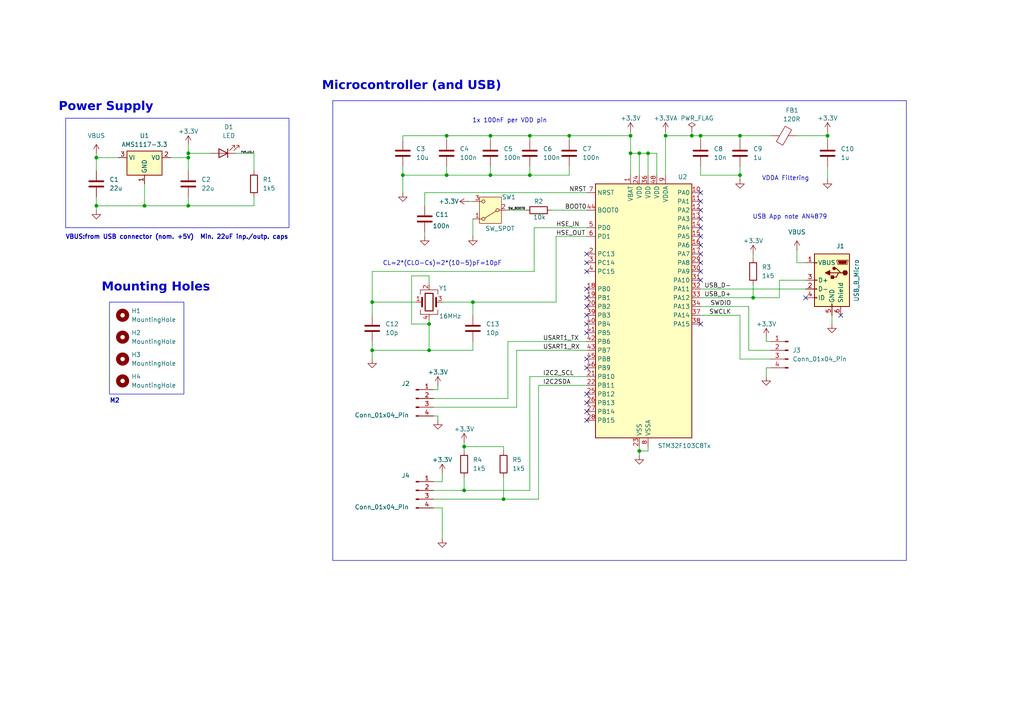
<source format=kicad_sch>
(kicad_sch (version 20231120) (generator "eeschema") (generator_version "8.0")
  (paper "A4")
  (title_block (title "STM32") (date "2024-10-20") (rev "0.1") (company "Author: Pham Ngoc Anh"))
  (lib_symbols
    (symbol "Connector:Conn_01x04_Pin" (pin_names (offset 1.016) hide)
      (property "Reference" "J" (at 0 5.08 0))
      (property "Value" "Conn_01x04_Pin" (at 0 -7.62 0))
      (symbol "Conn_01x04_Pin_1_1"
        (polyline (pts (xy 1.27 -5.08) (xy 0.8636 -5.08)) (stroke (width 0.1524)))
        (polyline (pts (xy 1.27 -2.54) (xy 0.8636 -2.54)) (stroke (width 0.1524)))
        (polyline (pts (xy 1.27 0) (xy 0.8636 0)) (stroke (width 0.1524)))
        (polyline (pts (xy 1.27 2.54) (xy 0.8636 2.54)) (stroke (width 0.1524)))
        (rectangle (start 0.8636 -4.953) (end 0 -5.207) (stroke (width 0.1524)) (fill (type outline)))
        (rectangle (start 0.8636 -2.413) (end 0 -2.667) (stroke (width 0.1524)) (fill (type outline)))
        (rectangle (start 0.8636 0.127) (end 0 -0.127) (stroke (width 0.1524)) (fill (type outline)))
        (rectangle (start 0.8636 2.667) (end 0 2.413) (stroke (width 0.1524)) (fill (type outline)))
        (pin passive line (at 5.08 2.54 180) (length 3.81) (name "Pin_1") (number "1"))
        (pin passive line (at 5.08 0 180) (length 3.81) (name "Pin_2") (number "2"))
        (pin passive line (at 5.08 -2.54 180) (length 3.81) (name "Pin_3") (number "3"))
        (pin passive line (at 5.08 -5.08 180) (length 3.81) (name "Pin_4") (number "4"))
      )
    )
    (symbol "Connector:USB_B_Micro" (pin_names (offset 1.016))
      (property "Reference" "J" (at -5.08 11.43 0))
      (property "Value" "USB_B_Micro" (at -5.08 8.89 0))
      (symbol "USB_B_Micro_0_1"
        (rectangle (start -5.08 -7.62) (end 5.08 7.62) (stroke (width 0.254)) (fill (type background)))
        (circle (center -3.81 2.159) (radius 0.635) (stroke (width 0.254)) (fill (type outline)))
        (circle (center -0.635 3.429) (radius 0.381) (stroke (width 0.254)) (fill (type outline)))
        (rectangle (start -0.127 -7.62) (end 0.127 -6.858))
        (polyline (pts (xy -1.905 2.159) (xy 0.635 2.159)) (stroke (width 0.254)))
        (polyline (pts (xy -3.175 2.159) (xy -2.54 2.159) (xy -1.27 3.429) (xy -0.635 3.429)) (stroke (width 0.254)))
        (polyline (pts (xy -2.54 2.159) (xy -1.905 2.159) (xy -1.27 0.889) (xy 0 0.889)) (stroke (width 0.254)))
        (polyline (pts (xy 0.635 2.794) (xy 0.635 1.524) (xy 1.905 2.159) (xy 0.635 2.794)) (stroke (width 0.254)) (fill (type outline)))
        (polyline (pts (xy -4.318 5.588) (xy -1.778 5.588) (xy -2.032 4.826) (xy -4.064 4.826) (xy -4.318 5.588)) (fill (type outline)))
        (polyline (pts (xy -4.699 5.842) (xy -4.699 5.588) (xy -4.445 4.826) (xy -4.445 4.572) (xy -1.651 4.572) (xy -1.651 4.826) (xy -1.397 5.588) (xy -1.397 5.842) (xy -4.699 5.842)))
        (rectangle (start 0.254 1.27) (end -0.508 0.508) (stroke (width 0.254)) (fill (type outline)))
        (rectangle (start 5.08 -5.207) (end 4.318 -4.953))
        (rectangle (start 5.08 -2.667) (end 4.318 -2.413))
        (rectangle (start 5.08 -0.127) (end 4.318 0.127))
        (rectangle (start 5.08 4.953) (end 4.318 5.207))
      )
      (symbol "USB_B_Micro_1_1"
        (pin power_out line (at 7.62 5.08 180) (length 2.54) (name "VBUS") (number "1"))
        (pin bidirectional line (at 7.62 -2.54 180) (length 2.54) (name "D-") (number "2"))
        (pin bidirectional line (at 7.62 0 180) (length 2.54) (name "D+") (number "3"))
        (pin passive line (at 7.62 -5.08 180) (length 2.54) (name "ID") (number "4"))
        (pin power_out line (at 0 -10.16 90) (length 2.54) (name "GND") (number "5"))
        (pin passive line (at -2.54 -10.16 90) (length 2.54) (name "Shield") (number "6"))
      )
    )
    (symbol "Device:C" (pin_numbers hide) (pin_names (offset 0.254))
      (property "Reference" "C" (at 0.635 2.54 0))
      (property "Value" "C" (at 0.635 -2.54 0))
      (symbol "C_0_1"
        (polyline (pts (xy -2.032 -0.762) (xy 2.032 -0.762)) (stroke (width 0.508)))
        (polyline (pts (xy -2.032 0.762) (xy 2.032 0.762)) (stroke (width 0.508)))
      )
      (symbol "C_1_1"
        (pin passive line (at 0 3.81 270) (length 2.794) (name "~") (number "1"))
        (pin passive line (at 0 -3.81 90) (length 2.794) (name "~") (number "2"))
      )
    )
    (symbol "Device:Crystal_GND24" (pin_names (offset 1.016) hide)
      (property "Reference" "Y" (at 3.175 5.08 0))
      (property "Value" "Crystal_GND24" (at 3.175 3.175 0))
      (symbol "Crystal_GND24_0_1"
        (rectangle (start -1.143 2.54) (end 1.143 -2.54) (stroke (width 0.3048)))
        (polyline (pts (xy -2.54 0) (xy -2.032 0)))
        (polyline (pts (xy -2.032 -1.27) (xy -2.032 1.27)) (stroke (width 0.508)))
        (polyline (pts (xy 0 -3.81) (xy 0 -3.556)))
        (polyline (pts (xy 0 3.556) (xy 0 3.81)))
        (polyline (pts (xy 2.032 -1.27) (xy 2.032 1.27)) (stroke (width 0.508)))
        (polyline (pts (xy 2.032 0) (xy 2.54 0)))
        (polyline (pts (xy -2.54 -2.286) (xy -2.54 -3.556) (xy 2.54 -3.556) (xy 2.54 -2.286)))
        (polyline (pts (xy -2.54 2.286) (xy -2.54 3.556) (xy 2.54 3.556) (xy 2.54 2.286)))
      )
      (symbol "Crystal_GND24_1_1"
        (pin passive line (at -3.81 0 0) (length 1.27) (name "1") (number "1"))
        (pin passive line (at 0 5.08 270) (length 1.27) (name "2") (number "2"))
        (pin passive line (at 3.81 0 180) (length 1.27) (name "3") (number "3"))
        (pin passive line (at 0 -5.08 90) (length 1.27) (name "4") (number "4"))
      )
    )
    (symbol "Device:FerriteBead" (pin_numbers hide) (pin_names (offset 0))
      (property "Reference" "FB" (at -3.81 0.635 90))
      (property "Value" "FerriteBead" (at 3.81 0 90))
      (symbol "FerriteBead_0_1"
        (polyline (pts (xy 0 -1.27) (xy 0 -1.2192)))
        (polyline (pts (xy 0 1.27) (xy 0 1.2954)))
        (polyline (pts (xy -2.7686 0.4064) (xy -1.7018 2.2606) (xy 2.7686 -0.3048) (xy 1.6764 -2.159) (xy -2.7686 0.4064)))
      )
      (symbol "FerriteBead_1_1"
        (pin passive line (at 0 3.81 270) (length 2.54) (name "~") (number "1"))
        (pin passive line (at 0 -3.81 90) (length 2.54) (name "~") (number "2"))
      )
    )
    (symbol "Device:LED" (pin_numbers hide) (pin_names (offset 1.016) hide)
      (property "Reference" "D" (at 0 2.54 0))
      (property "Value" "LED" (at 0 -2.54 0))
      (symbol "LED_0_1"
        (polyline (pts (xy -1.27 -1.27) (xy -1.27 1.27)) (stroke (width 0.254)))
        (polyline (pts (xy -1.27 0) (xy 1.27 0)))
        (polyline (pts (xy 1.27 -1.27) (xy 1.27 1.27) (xy -1.27 0) (xy 1.27 -1.27)) (stroke (width 0.254)))
        (polyline (pts (xy -3.048 -0.762) (xy -4.572 -2.286) (xy -3.81 -2.286) (xy -4.572 -2.286) (xy -4.572 -1.524)))
        (polyline (pts (xy -1.778 -0.762) (xy -3.302 -2.286) (xy -2.54 -2.286) (xy -3.302 -2.286) (xy -3.302 -1.524)))
      )
      (symbol "LED_1_1"
        (pin passive line (at -3.81 0 0) (length 2.54) (name "K") (number "1"))
        (pin passive line (at 3.81 0 180) (length 2.54) (name "A") (number "2"))
      )
    )
    (symbol "Device:R" (pin_numbers hide) (pin_names (offset 0))
      (property "Reference" "R" (at 2.032 0 90))
      (property "Value" "R" (at 0 0 90))
      (symbol "R_0_1"
        (rectangle (start -1.016 -2.54) (end 1.016 2.54) (stroke (width 0.254)))
      )
      (symbol "R_1_1"
        (pin passive line (at 0 3.81 270) (length 1.27) (name "~") (number "1"))
        (pin passive line (at 0 -3.81 90) (length 1.27) (name "~") (number "2"))
      )
    )
    (symbol "MCU_ST_STM32F1:STM32F103C8Tx"
      (property "Reference" "U" (at -12.7 39.37 0))
      (property "Value" "STM32F103C8Tx" (at 10.16 39.37 0))
      (symbol "STM32F103C8Tx_0_1"
        (rectangle (start -12.7 -35.56) (end 15.24 38.1) (stroke (width 0.254)) (fill (type background)))
      )
      (symbol "STM32F103C8Tx_1_1"
        (pin power_in line (at -2.54 40.64 270) (length 2.54) (name "VBAT") (number "1"))
        (pin bidirectional line (at 17.78 35.56 180) (length 2.54) (name "PA0") (number "10"))
        (pin bidirectional line (at 17.78 33.02 180) (length 2.54) (name "PA1") (number "11"))
        (pin bidirectional line (at 17.78 30.48 180) (length 2.54) (name "PA2") (number "12"))
        (pin bidirectional line (at 17.78 27.94 180) (length 2.54) (name "PA3") (number "13"))
        (pin bidirectional line (at 17.78 25.4 180) (length 2.54) (name "PA4") (number "14"))
        (pin bidirectional line (at 17.78 22.86 180) (length 2.54) (name "PA5") (number "15"))
        (pin bidirectional line (at 17.78 20.32 180) (length 2.54) (name "PA6") (number "16"))
        (pin bidirectional line (at 17.78 17.78 180) (length 2.54) (name "PA7") (number "17"))
        (pin bidirectional line (at -15.24 7.62 0) (length 2.54) (name "PB0") (number "18"))
        (pin bidirectional line (at -15.24 5.08 0) (length 2.54) (name "PB1") (number "19"))
        (pin bidirectional line (at -15.24 17.78 0) (length 2.54) (name "PC13") (number "2"))
        (pin bidirectional line (at -15.24 2.54 0) (length 2.54) (name "PB2") (number "20"))
        (pin bidirectional line (at -15.24 -17.78 0) (length 2.54) (name "PB10") (number "21"))
        (pin bidirectional line (at -15.24 -20.32 0) (length 2.54) (name "PB11") (number "22"))
        (pin power_in line (at 0 -38.1 90) (length 2.54) (name "VSS") (number "23"))
        (pin power_in line (at 0 40.64 270) (length 2.54) (name "VDD") (number "24"))
        (pin bidirectional line (at -15.24 -22.86 0) (length 2.54) (name "PB12") (number "25"))
        (pin bidirectional line (at -15.24 -25.4 0) (length 2.54) (name "PB13") (number "26"))
        (pin bidirectional line (at -15.24 -27.94 0) (length 2.54) (name "PB14") (number "27"))
        (pin bidirectional line (at -15.24 -30.48 0) (length 2.54) (name "PB15") (number "28"))
        (pin bidirectional line (at 17.78 15.24 180) (length 2.54) (name "PA8") (number "29"))
        (pin bidirectional line (at -15.24 15.24 0) (length 2.54) (name "PC14") (number "3"))
        (pin bidirectional line (at 17.78 12.7 180) (length 2.54) (name "PA9") (number "30"))
        (pin bidirectional line (at 17.78 10.16 180) (length 2.54) (name "PA10") (number "31"))
        (pin bidirectional line (at 17.78 7.62 180) (length 2.54) (name "PA11") (number "32"))
        (pin bidirectional line (at 17.78 5.08 180) (length 2.54) (name "PA12") (number "33"))
        (pin bidirectional line (at 17.78 2.54 180) (length 2.54) (name "PA13") (number "34"))
        (pin passive line (at 0 -38.1 90) (length 2.54) hide (name "VSS") (number "35"))
        (pin power_in line (at 2.54 40.64 270) (length 2.54) (name "VDD") (number "36"))
        (pin bidirectional line (at 17.78 0 180) (length 2.54) (name "PA14") (number "37"))
        (pin bidirectional line (at 17.78 -2.54 180) (length 2.54) (name "PA15") (number "38"))
        (pin bidirectional line (at -15.24 0 0) (length 2.54) (name "PB3") (number "39"))
        (pin bidirectional line (at -15.24 12.7 0) (length 2.54) (name "PC15") (number "4"))
        (pin bidirectional line (at -15.24 -2.54 0) (length 2.54) (name "PB4") (number "40"))
        (pin bidirectional line (at -15.24 -5.08 0) (length 2.54) (name "PB5") (number "41"))
        (pin bidirectional line (at -15.24 -7.62 0) (length 2.54) (name "PB6") (number "42"))
        (pin bidirectional line (at -15.24 -10.16 0) (length 2.54) (name "PB7") (number "43"))
        (pin input line (at -15.24 30.48 0) (length 2.54) (name "BOOT0") (number "44"))
        (pin bidirectional line (at -15.24 -12.7 0) (length 2.54) (name "PB8") (number "45"))
        (pin bidirectional line (at -15.24 -15.24 0) (length 2.54) (name "PB9") (number "46"))
        (pin passive line (at 0 -38.1 90) (length 2.54) hide (name "VSS") (number "47"))
        (pin power_in line (at 5.08 40.64 270) (length 2.54) (name "VDD") (number "48"))
        (pin bidirectional line (at -15.24 25.4 0) (length 2.54) (name "PD0") (number "5"))
        (pin bidirectional line (at -15.24 22.86 0) (length 2.54) (name "PD1") (number "6"))
        (pin input line (at -15.24 35.56 0) (length 2.54) (name "NRST") (number "7"))
        (pin power_in line (at 2.54 -38.1 90) (length 2.54) (name "VSSA") (number "8"))
        (pin power_in line (at 7.62 40.64 270) (length 2.54) (name "VDDA") (number "9"))
      )
    )
    (symbol "Mechanical:MountingHole" (pin_names (offset 1.016)) (exclude_from_sim yes) (in_bom no)
      (property "Reference" "H" (at 0 5.08 0))
      (property "Value" "MountingHole" (at 0 3.175 0))
      (symbol "MountingHole_0_1"
        (circle (center 0 0) (radius 1.27) (stroke (width 1.27)))
      )
    )
    (symbol "Regulator_Linear:AMS1117-3.3"
      (property "Reference" "U" (at -3.81 3.175 0))
      (property "Value" "AMS1117-3.3" (at 0 3.175 0))
      (symbol "AMS1117-3.3_0_1"
        (rectangle (start -5.08 -5.08) (end 5.08 1.905) (stroke (width 0.254)) (fill (type background)))
      )
      (symbol "AMS1117-3.3_1_1"
        (pin power_in line (at 0 -7.62 90) (length 2.54) (name "GND") (number "1"))
        (pin power_out line (at 7.62 0 180) (length 2.54) (name "VO") (number "2"))
        (pin power_in line (at -7.62 0 0) (length 2.54) (name "VI") (number "3"))
      )
    )
    (symbol "Switch:SW_SPDT" (pin_names (offset 0) hide)
      (property "Reference" "SW" (at 0 5.08 0))
      (property "Value" "SW_SPDT" (at 0 -5.08 0))
      (symbol "SW_SPDT_0_1"
        (circle (center -2.032 0) (radius 0.4572))
        (polyline (pts (xy -1.651 0.254) (xy 1.651 2.286)))
        (circle (center 2.032 -2.54) (radius 0.4572))
        (circle (center 2.032 2.54) (radius 0.4572))
      )
      (symbol "SW_SPDT_1_1"
        (rectangle (start -3.175 3.81) (end 3.175 -3.81) (fill (type background)))
        (pin passive line (at 5.08 2.54 180) (length 2.54) (name "A") (number "1"))
        (pin passive line (at -5.08 0 0) (length 2.54) (name "B") (number "2"))
        (pin passive line (at 5.08 -2.54 180) (length 2.54) (name "C") (number "3"))
      )
    )
    (symbol "power:+3.3V" (power) (pin_numbers hide) (pin_names (offset 0) hide)
      (property "Value" "+3.3V" (at 0 3.556 0))
      (symbol "+3.3V_0_1"
        (polyline (pts (xy -0.762 1.27) (xy 0 2.54)))
        (polyline (pts (xy 0 0) (xy 0 2.54)))
        (polyline (pts (xy 0 2.54) (xy 0.762 1.27)))
      )
      (symbol "+3.3V_1_1"
        (pin power_in line (at 0 0 90) (length 0) (name "~") (number "1"))
      )
    )
    (symbol "power:+3.3VA" (power) (pin_numbers hide) (pin_names (offset 0) hide)
      (property "Value" "+3.3VA" (at 0 3.556 0))
      (symbol "+3.3VA_0_1"
        (polyline (pts (xy -0.762 1.27) (xy 0 2.54)))
        (polyline (pts (xy 0 0) (xy 0 2.54)))
        (polyline (pts (xy 0 2.54) (xy 0.762 1.27)))
      )
      (symbol "+3.3VA_1_1"
        (pin power_in line (at 0 0 90) (length 0) (name "~") (number "1"))
      )
    )
    (symbol "power:GND" (power) (pin_numbers hide) (pin_names (offset 0) hide)
      (property "Value" "GND" (at 0 -3.81 0))
      (symbol "GND_0_1"
        (polyline (pts (xy 0 0) (xy 0 -1.27) (xy 1.27 -1.27) (xy 0 -2.54) (xy -1.27 -1.27) (xy 0 -1.27)))
      )
      (symbol "GND_1_1"
        (pin power_in line (at 0 0 270) (length 0) (name "~") (number "1"))
      )
    )
    (symbol "power:PWR_FLAG" (power) (pin_numbers hide) (pin_names (offset 0) hide)
      (property "Value" "PWR_FLAG" (at 0 3.81 0))
      (symbol "PWR_FLAG_0_0"
        (pin power_out line (at 0 0 90) (length 0) (name "~") (number "1"))
      )
      (symbol "PWR_FLAG_0_1"
        (polyline (pts (xy 0 0) (xy 0 1.27) (xy -1.016 1.905) (xy 0 2.54) (xy 1.016 1.905) (xy 0 1.27)))
      )
    )
    (symbol "power:VBUS" (power) (pin_numbers hide) (pin_names (offset 0) hide)
      (property "Value" "VBUS" (at 0 3.556 0))
      (symbol "VBUS_0_1"
        (polyline (pts (xy -0.762 1.27) (xy 0 2.54)))
        (polyline (pts (xy 0 0) (xy 0 2.54)))
        (polyline (pts (xy 0 2.54) (xy 0.762 1.27)))
      )
      (symbol "VBUS_1_1"
        (pin power_in line (at 0 0 90) (length 0) (name "~") (number "1"))
      )
    )
  )
  (junction (at 182.88 44.45))
  (junction (at 185.42 44.45))
  (junction (at 124.46 93.98))
  (junction (at 107.95 101.6))
  (junction (at 240.03 39.37))
  (junction (at 142.24 39.37))
  (junction (at 107.95 87.63))
  (junction (at 146.05 144.78))
  (junction (at 165.1 39.37))
  (junction (at 214.63 50.8))
  (junction (at 182.88 39.37))
  (junction (at 203.2 39.37))
  (junction (at 137.16 87.63))
  (junction (at 218.44 86.36))
  (junction (at 200.66 39.37))
  (junction (at 214.63 39.37))
  (junction (at 129.54 39.37))
  (junction (at 134.62 129.54))
  (junction (at 54.61 59.69))
  (junction (at 185.42 130.81))
  (junction (at 27.94 59.69))
  (junction (at 54.61 44.45))
  (junction (at 129.54 50.8))
  (junction (at 41.91 59.69))
  (junction (at 124.46 101.6))
  (junction (at 193.04 39.37))
  (junction (at 153.67 39.37))
  (junction (at 187.96 44.45))
  (junction (at 134.62 142.24))
  (junction (at 153.67 50.8))
  (junction (at 116.84 50.8))
  (junction (at 54.61 45.72))
  (junction (at 27.94 45.72))
  (junction (at 142.24 50.8))
  (no_connect (at 170.18 93.98))
  (no_connect (at 170.18 121.92))
  (no_connect (at 170.18 73.66))
  (no_connect (at 170.18 88.9))
  (no_connect (at 203.2 93.98))
  (no_connect (at 203.2 58.42))
  (no_connect (at 170.18 114.3))
  (no_connect (at 203.2 60.96))
  (no_connect (at 170.18 86.36))
  (no_connect (at 203.2 66.04))
  (no_connect (at 170.18 119.38))
  (no_connect (at 170.18 106.68))
  (no_connect (at 170.18 96.52))
  (no_connect (at 170.18 91.44))
  (no_connect (at 170.18 104.14))
  (no_connect (at 243.84 91.44))
  (no_connect (at 203.2 55.88))
  (no_connect (at 203.2 73.66))
  (no_connect (at 203.2 63.5))
  (no_connect (at 170.18 76.2))
  (no_connect (at 203.2 78.74))
  (no_connect (at 203.2 81.28))
  (no_connect (at 170.18 78.74))
  (no_connect (at 203.2 76.2))
  (no_connect (at 203.2 71.12))
  (no_connect (at 233.68 86.36))
  (no_connect (at 170.18 116.84))
  (no_connect (at 170.18 83.82))
  (no_connect (at 203.2 68.58))
  (wire (pts (xy 146.05 138.43) (xy 146.05 144.78)))
  (wire (pts (xy 240.03 48.26) (xy 240.03 52.07)))
  (wire (pts (xy 156.21 144.78) (xy 156.21 111.76)))
  (wire (pts (xy 190.5 44.45) (xy 190.5 50.8)))
  (wire (pts (xy 147.32 60.96) (xy 152.4 60.96)))
  (wire (pts (xy 214.63 39.37) (xy 203.2 39.37)))
  (wire (pts (xy 214.63 104.14) (xy 223.52 104.14)))
  (wire (pts (xy 129.54 50.8) (xy 142.24 50.8)))
  (wire (pts (xy 149.86 101.6) (xy 170.18 101.6)))
  (wire (pts (xy 125.73 144.78) (xy 146.05 144.78)))
  (wire (pts (xy 125.73 113.03) (xy 127 113.03)))
  (wire (pts (xy 125.73 115.57) (xy 147.32 115.57)))
  (wire (pts (xy 203.2 83.82) (xy 233.68 83.82)))
  (wire (pts (xy 27.94 57.15) (xy 27.94 59.69)))
  (wire (pts (xy 124.46 93.98) (xy 124.46 101.6)))
  (wire (pts (xy 154.94 66.04) (xy 154.94 78.74)))
  (wire (pts (xy 154.94 78.74) (xy 107.95 78.74)))
  (wire (pts (xy 41.91 59.69) (xy 27.94 59.69)))
  (wire (pts (xy 218.44 73.66) (xy 218.44 74.93)))
  (wire (pts (xy 107.95 99.06) (xy 107.95 101.6)))
  (wire (pts (xy 154.94 66.04) (xy 170.18 66.04)))
  (wire (pts (xy 54.61 57.15) (xy 54.61 59.69)))
  (wire (pts (xy 41.91 53.34) (xy 41.91 59.69)))
  (wire (pts (xy 134.62 142.24) (xy 153.67 142.24)))
  (wire (pts (xy 142.24 48.26) (xy 142.24 50.8)))
  (wire (pts (xy 54.61 59.69) (xy 41.91 59.69)))
  (wire (pts (xy 146.05 130.81) (xy 146.05 129.54)))
  (wire (pts (xy 116.84 50.8) (xy 129.54 50.8)))
  (wire (pts (xy 137.16 99.06) (xy 137.16 101.6)))
  (wire (pts (xy 231.14 72.39) (xy 231.14 76.2)))
  (wire (pts (xy 203.2 39.37) (xy 203.2 40.64)))
  (wire (pts (xy 147.32 115.57) (xy 147.32 99.06)))
  (wire (pts (xy 203.2 39.37) (xy 200.66 39.37)))
  (wire (pts (xy 153.67 39.37) (xy 153.67 40.64)))
  (wire (pts (xy 147.32 99.06) (xy 170.18 99.06)))
  (wire (pts (xy 128.27 87.63) (xy 137.16 87.63)))
  (wire (pts (xy 68.58 44.45) (xy 73.66 44.45)))
  (wire (pts (xy 128.27 137.16) (xy 128.27 139.7)))
  (wire (pts (xy 137.16 87.63) (xy 161.29 87.63)))
  (wire (pts (xy 153.67 48.26) (xy 153.67 50.8)))
  (wire (pts (xy 128.27 139.7) (xy 125.73 139.7)))
  (wire (pts (xy 134.62 128.27) (xy 134.62 129.54)))
  (wire (pts (xy 149.86 118.11) (xy 149.86 101.6)))
  (wire (pts (xy 127 120.65) (xy 127 121.92)))
  (wire (pts (xy 125.73 142.24) (xy 134.62 142.24)))
  (wire (pts (xy 54.61 44.45) (xy 60.96 44.45)))
  (wire (pts (xy 107.95 87.63) (xy 107.95 91.44)))
  (wire (pts (xy 203.2 91.44) (xy 214.63 91.44)))
  (wire (pts (xy 107.95 78.74) (xy 107.95 87.63)))
  (wire (pts (xy 226.06 81.28) (xy 233.68 81.28)))
  (wire (pts (xy 218.44 82.55) (xy 218.44 86.36)))
  (wire (pts (xy 124.46 80.01) (xy 119.38 80.01)))
  (wire (pts (xy 187.96 130.81) (xy 185.42 130.81)))
  (wire (pts (xy 125.73 120.65) (xy 127 120.65)))
  (wire (pts (xy 137.16 63.5) (xy 137.16 68.58)))
  (wire (pts (xy 124.46 92.71) (xy 124.46 93.98)))
  (wire (pts (xy 161.29 87.63) (xy 161.29 68.58)))
  (wire (pts (xy 54.61 45.72) (xy 54.61 49.53)))
  (wire (pts (xy 129.54 48.26) (xy 129.54 50.8)))
  (wire (pts (xy 135.89 58.42) (xy 137.16 58.42)))
  (wire (pts (xy 214.63 39.37) (xy 223.52 39.37)))
  (wire (pts (xy 182.88 39.37) (xy 182.88 44.45)))
  (wire (pts (xy 193.04 38.1) (xy 193.04 39.37)))
  (wire (pts (xy 146.05 129.54) (xy 134.62 129.54)))
  (wire (pts (xy 116.84 48.26) (xy 116.84 50.8)))
  (wire (pts (xy 54.61 41.91) (xy 54.61 44.45)))
  (wire (pts (xy 200.66 39.37) (xy 193.04 39.37)))
  (wire (pts (xy 146.05 144.78) (xy 156.21 144.78)))
  (wire (pts (xy 153.67 39.37) (xy 165.1 39.37)))
  (wire (pts (xy 49.53 45.72) (xy 54.61 45.72)))
  (wire (pts (xy 119.38 93.98) (xy 124.46 93.98)))
  (wire (pts (xy 214.63 91.44) (xy 214.63 104.14)))
  (wire (pts (xy 231.14 76.2) (xy 233.68 76.2)))
  (wire (pts (xy 116.84 39.37) (xy 129.54 39.37)))
  (wire (pts (xy 127 113.03) (xy 127 111.76)))
  (wire (pts (xy 142.24 50.8) (xy 153.67 50.8)))
  (wire (pts (xy 165.1 39.37) (xy 165.1 40.64)))
  (wire (pts (xy 241.3 91.44) (xy 241.3 93.98)))
  (wire (pts (xy 54.61 44.45) (xy 54.61 45.72)))
  (wire (pts (xy 231.14 39.37) (xy 240.03 39.37)))
  (wire (pts (xy 153.67 142.24) (xy 153.67 109.22)))
  (wire (pts (xy 142.24 39.37) (xy 153.67 39.37)))
  (wire (pts (xy 222.25 106.68) (xy 222.25 109.22)))
  (wire (pts (xy 200.66 38.1) (xy 200.66 39.37)))
  (wire (pts (xy 185.42 44.45) (xy 187.96 44.45)))
  (wire (pts (xy 137.16 101.6) (xy 124.46 101.6)))
  (wire (pts (xy 185.42 132.08) (xy 185.42 130.81)))
  (wire (pts (xy 73.66 57.15) (xy 73.66 59.69)))
  (wire (pts (xy 116.84 50.8) (xy 116.84 55.88)))
  (wire (pts (xy 119.38 80.01) (xy 119.38 93.98)))
  (wire (pts (xy 217.17 101.6) (xy 223.52 101.6)))
  (wire (pts (xy 123.19 55.88) (xy 170.18 55.88)))
  (wire (pts (xy 187.96 129.54) (xy 187.96 130.81)))
  (wire (pts (xy 193.04 39.37) (xy 193.04 50.8)))
  (wire (pts (xy 125.73 118.11) (xy 149.86 118.11)))
  (wire (pts (xy 182.88 44.45) (xy 185.42 44.45)))
  (wire (pts (xy 34.29 45.72) (xy 27.94 45.72)))
  (wire (pts (xy 187.96 44.45) (xy 187.96 50.8)))
  (wire (pts (xy 203.2 88.9) (xy 217.17 88.9)))
  (wire (pts (xy 125.73 147.32) (xy 128.27 147.32)))
  (wire (pts (xy 137.16 87.63) (xy 137.16 91.44)))
  (wire (pts (xy 129.54 39.37) (xy 129.54 40.64)))
  (wire (pts (xy 222.25 97.79) (xy 222.25 99.06)))
  (wire (pts (xy 27.94 45.72) (xy 27.94 49.53)))
  (wire (pts (xy 240.03 38.1) (xy 240.03 39.37)))
  (wire (pts (xy 165.1 50.8) (xy 165.1 48.26)))
  (wire (pts (xy 161.29 68.58) (xy 170.18 68.58)))
  (wire (pts (xy 107.95 101.6) (xy 107.95 104.14)))
  (wire (pts (xy 214.63 50.8) (xy 214.63 52.07)))
  (wire (pts (xy 27.94 59.69) (xy 27.94 60.96)))
  (wire (pts (xy 123.19 55.88) (xy 123.19 59.69)))
  (wire (pts (xy 156.21 111.76) (xy 170.18 111.76)))
  (wire (pts (xy 129.54 39.37) (xy 142.24 39.37)))
  (wire (pts (xy 182.88 38.1) (xy 182.88 39.37)))
  (wire (pts (xy 153.67 50.8) (xy 165.1 50.8)))
  (wire (pts (xy 124.46 82.55) (xy 124.46 80.01)))
  (wire (pts (xy 116.84 40.64) (xy 116.84 39.37)))
  (wire (pts (xy 134.62 129.54) (xy 134.62 130.81)))
  (wire (pts (xy 187.96 44.45) (xy 190.5 44.45)))
  (wire (pts (xy 185.42 44.45) (xy 185.42 50.8)))
  (wire (pts (xy 217.17 88.9) (xy 217.17 101.6)))
  (wire (pts (xy 185.42 129.54) (xy 185.42 130.81)))
  (wire (pts (xy 214.63 48.26) (xy 214.63 50.8)))
  (wire (pts (xy 160.02 60.96) (xy 170.18 60.96)))
  (wire (pts (xy 124.46 101.6) (xy 107.95 101.6)))
  (wire (pts (xy 27.94 44.45) (xy 27.94 45.72)))
  (wire (pts (xy 73.66 44.45) (xy 73.66 49.53)))
  (wire (pts (xy 222.25 99.06) (xy 223.52 99.06)))
  (wire (pts (xy 73.66 59.69) (xy 54.61 59.69)))
  (wire (pts (xy 203.2 50.8) (xy 214.63 50.8)))
  (wire (pts (xy 240.03 39.37) (xy 240.03 40.64)))
  (wire (pts (xy 223.52 106.68) (xy 222.25 106.68)))
  (wire (pts (xy 226.06 86.36) (xy 226.06 81.28)))
  (wire (pts (xy 123.19 67.31) (xy 123.19 68.58)))
  (wire (pts (xy 128.27 147.32) (xy 128.27 156.21)))
  (wire (pts (xy 165.1 39.37) (xy 182.88 39.37)))
  (wire (pts (xy 214.63 39.37) (xy 214.63 40.64)))
  (wire (pts (xy 203.2 48.26) (xy 203.2 50.8)))
  (wire (pts (xy 182.88 44.45) (xy 182.88 50.8)))
  (wire (pts (xy 203.2 86.36) (xy 218.44 86.36)))
  (wire (pts (xy 107.95 87.63) (xy 120.65 87.63)))
  (wire (pts (xy 218.44 86.36) (xy 226.06 86.36)))
  (wire (pts (xy 142.24 39.37) (xy 142.24 40.64)))
  (wire (pts (xy 134.62 138.43) (xy 134.62 142.24)))
  (wire (pts (xy 153.67 109.22) (xy 170.18 109.22)))
  (rectangle (start 96.52 29.21) (end 262.89 162.56))
  (rectangle (start 19.05 34.29) (end 83.82 66.04))
  (rectangle (start 31.75 87.63) (end 53.34 114.3))
  (text "1x 100nF per VDD pin" (at 147.828 35.052 0) (effects (font (size 1.27 1.27) (thickness 0.1588))))
  (text "CL=2*(CLO-Cs)=2*(10-5)pF=10pF" (at 128.27 76.454 0) (effects (font (size 1.27 1.27))))
  (text "Microcontroller (and USB)" (at 119.38 25.654 0) (effects (font (size 2.54 2.54) (thickness 0.254) (bold yes))))
  (text "Power Supply" (at 30.734 31.75 0) (effects (font (size 2.54 2.54) (thickness 0.254) (bold yes))))
  (text "Mounting Holes" (at 45.212 84.074 0) (effects (font (size 2.54 2.54) (thickness 0.508) (bold yes))))
  (text "USB App note AN4879" (at 229.108 62.992 0) (effects (font (size 1.27 1.27))))
  (text "M2" (at 33.274 116.332 0) (effects (font (size 1.27 1.27) (thickness 0.254) (bold yes))))
  (text "VBUS:from USB connector (nom. +5V)  Min. 22uF inp./outp. caps" (at 51.308 68.834 0) (effects (font (size 1.27 1.27) (thickness 0.254) (bold yes))))
  (text "VDDA Filtering" (at 227.838 51.816 0) (effects (font (size 1.27 1.27))))
  (label "USB_D+" (at 212.09 86.36 180))
  (label "USB_D-" (at 212.09 83.82 180))
  (label "USART1_RX" (at 157.48 101.6 0))
  (label "USART1_TX" (at 157.48 99.06 0))
  (label "HSE_IN" (at 161.29 66.04 0))
  (label "SWDIO" (at 212.09 88.9 180))
  (label "PWR_LED_K" (at 69.85 44.45 0) (effects (font (size 0.4572 0.4572))))
  (label "NRST" (at 165.1 55.88 0))
  (label "BOOT0" (at 163.83 60.96 0))
  (label "I2C2_SCL" (at 157.48 109.22 0))
  (label "I2C2SDA" (at 157.48 111.76 0))
  (label "SWCLK" (at 212.09 91.44 180))
  (label "HSE_OUT" (at 161.29 68.58 0))
  (label "SW_BOOT0" (at 147.32 60.96 0) (effects (font (size 0.635 0.635))))
  (symbol (lib_id "power:GND") (at 241.3 93.98 0) (unit 1)
    (property "Reference" "#PWR012" (effects (hide yes)))
    (property "Value" "GND" (effects (hide yes)))
    (property "Description" "Power symbol creates a global label with name \"GND\" , ground" (effects (hide yes)))
  )
  (symbol (lib_id "Device:C") (at 165.1 44.45 0) (unit 1)
    (property "Reference" "C7" (at 168.91 43.1799 0) (effects (justify left)))
    (property "Value" "100n" (at 168.91 45.7199 0) (effects (justify left)))
    (property "Footprint" "Capacitor_SMD:C_0402_1005Metric" (effects (hide yes)))
    (property "Description" "Unpolarized capacitor" (effects (hide yes)))
  )
  (symbol (lib_id "Device:C") (at 137.16 95.25 0) (unit 1)
    (property "Reference" "C13" (at 140.97 93.9799 0) (effects (justify left)))
    (property "Value" "10p" (at 140.97 96.5199 0) (effects (justify left)))
    (property "Footprint" "Capacitor_SMD:C_0402_1005Metric" (effects (hide yes)))
    (property "Description" "Unpolarized capacitor" (effects (hide yes)))
  )
  (symbol (lib_id "Device:Crystal_GND24") (at 124.46 87.63 0) (unit 1)
    (property "Reference" "Y1" (at 128.524 83.566 0))
    (property "Value" "16MHz" (at 130.556 91.694 0))
    (property "Footprint" "Crystal:Crystal_SMD_3225-4Pin_3.2x2.5mm" (effects (hide yes)))
    (property "Description" "Four pin crystal, GND on pins 2 and 4" (effects (hide yes)))
  )
  (symbol (lib_id "power:GND") (at 116.84 55.88 0) (unit 1)
    (property "Reference" "#PWR05" (effects (hide yes)))
    (property "Value" "GND" (effects (hide yes)))
    (property "Description" "Power symbol creates a global label with name \"GND\" , ground" (effects (hide yes)))
  )
  (symbol (lib_id "power:+3.3V") (at 240.03 38.1 0) (unit 1)
    (property "Reference" "#PWR06" (effects (hide yes)))
    (property "Value" "+3.3V" (at 240.03 34.29 0))
    (property "Description" "Power symbol creates a global label with name \"+3.3V\"" (effects (hide yes)))
  )
  (symbol (lib_id "power:GND") (at 27.94 60.96 0) (unit 1)
    (property "Reference" "#PWR03" (effects (hide yes)))
    (property "Value" "GND" (effects (hide yes)))
    (property "Description" "Power symbol creates a global label with name \"GND\" , ground" (effects (hide yes)))
  )
  (symbol (lib_id "Device:C") (at 129.54 44.45 0) (unit 1)
    (property "Reference" "C4" (at 133.35 43.1799 0) (effects (justify left)))
    (property "Value" "100n" (at 133.35 45.7199 0) (effects (justify left)))
    (property "Footprint" "Capacitor_SMD:C_0402_1005Metric" (effects (hide yes)))
    (property "Description" "Unpolarized capacitor" (effects (hide yes)))
  )
  (symbol (lib_id "power:+3.3V") (at 127 111.76 0) (unit 1)
    (property "Reference" "#PWR021" (effects (hide yes)))
    (property "Value" "+3.3V" (at 127 107.95 0))
    (property "Description" "Power symbol creates a global label with name \"+3.3V\"" (effects (hide yes)))
  )
  (symbol (lib_id "Mechanical:MountingHole") (at 35.56 97.79 0) (unit 1) (exclude_from_sim yes) (in_bom no)
    (property "Reference" "H2" (at 38.1 96.5199 0) (effects (justify left)))
    (property "Value" "MountingHole" (at 38.1 99.0599 0) (effects (justify left)))
    (property "Footprint" "MountingHole:MountingHole_2.2mm_M2" (effects (hide yes)))
    (property "Description" "Mounting Hole without connection" (effects (hide yes)))
  )
  (symbol (lib_id "Device:C") (at 203.2 44.45 0) (unit 1)
    (property "Reference" "C8" (at 207.01 43.1799 0) (effects (justify left)))
    (property "Value" "10n" (at 207.01 45.7199 0) (effects (justify left)))
    (property "Footprint" "Capacitor_SMD:C_0402_1005Metric" (effects (hide yes)))
    (property "Description" "Unpolarized capacitor" (effects (hide yes)))
  )
  (symbol (lib_id "Regulator_Linear:AMS1117-3.3") (at 41.91 45.72 0) (unit 1)
    (property "Reference" "U1" (at 41.91 39.37 0))
    (property "Value" "AMS1117-3.3" (at 41.91 41.91 0))
    (property "Footprint" "Package_TO_SOT_SMD:SOT-223-3_TabPin2" (effects (hide yes)))
    (property "Datasheet" "http://www.advanced-monolithic.com/pdf/ds1117.pdf" (effects (hide yes)))
    (property "Description" "1A Low Dropout regulator, positive, 3.3V fixed output, SOT-223" (effects (hide yes)))
  )
  (symbol (lib_id "Device:R") (at 134.62 134.62 0) (unit 1)
    (property "Reference" "R4" (at 137.16 133.3499 0) (effects (justify left)))
    (property "Value" "1k5" (at 137.16 135.8899 0) (effects (justify left)))
    (property "Footprint" "Resistor_SMD:R_0402_1005Metric" (effects (hide yes)))
    (property "Description" "Resistor" (effects (hide yes)))
  )
  (symbol (lib_id "power:+3.3VA") (at 193.04 38.1 0) (unit 1)
    (property "Reference" "#PWR04" (effects (hide yes)))
    (property "Value" "+3.3VA" (at 193.04 34.29 0))
    (property "Description" "Power symbol creates a global label with name \"+3.3VA\"" (effects (hide yes)))
  )
  (symbol (lib_id "Device:C") (at 123.19 63.5 0) (unit 1)
    (property "Reference" "C11" (at 126.238 62.23 0) (effects (justify left)))
    (property "Value" "100n" (at 125.476 65.532 0) (effects (justify left)))
    (property "Footprint" "Capacitor_SMD:C_0402_1005Metric" (effects (hide yes)))
    (property "Description" "Unpolarized capacitor" (effects (hide yes)))
  )
  (symbol (lib_id "Device:C") (at 214.63 44.45 0) (unit 1)
    (property "Reference" "C9" (at 218.44 43.1799 0) (effects (justify left)))
    (property "Value" "1u" (at 218.44 45.7199 0) (effects (justify left)))
    (property "Footprint" "Capacitor_SMD:C_0402_1005Metric" (effects (hide yes)))
    (property "Description" "Unpolarized capacitor" (effects (hide yes)))
  )
  (symbol (lib_id "power:GND") (at 240.03 52.07 0) (unit 1)
    (property "Reference" "#PWR013" (effects (hide yes)))
    (property "Value" "GND" (effects (hide yes)))
    (property "Description" "Power symbol creates a global label with name \"GND\" , ground" (effects (hide yes)))
  )
  (symbol (lib_id "Connector:Conn_01x04_Pin") (at 120.65 115.57 0) (unit 1)
    (property "Reference" "J2" (at 118.872 111.252 0) (effects (justify right)))
    (property "Value" "Conn_01x04_Pin" (at 118.618 120.396 0) (effects (justify right)))
    (property "Footprint" "Connector_PinHeader_2.54mm:PinHeader_1x04_P2.54mm_Vertical" (effects (hide yes)))
    (property "Description" "Generic connector, single row, 01x04, script generated" (effects (hide yes)))
  )
  (symbol (lib_id "power:VBUS") (at 231.14 72.39 0) (unit 1)
    (property "Reference" "#PWR016" (effects (hide yes)))
    (property "Value" "VBUS" (at 231.14 67.31 0))
    (property "Description" "Power symbol creates a global label with name \"VBUS\"" (effects (hide yes)))
  )
  (symbol (lib_id "power:GND") (at 107.95 104.14 0) (unit 1)
    (property "Reference" "#PWR09" (effects (hide yes)))
    (property "Value" "GND" (effects (hide yes)))
    (property "Description" "Power symbol creates a global label with name \"GND\" , ground" (effects (hide yes)))
  )
  (symbol (lib_id "Device:LED") (at 64.77 44.45 180) (unit 1)
    (property "Reference" "D1" (at 66.3575 36.83 0))
    (property "Value" "LED" (at 66.3575 39.37 0))
    (property "Footprint" "LED_SMD:LED_0603_1608Metric" (effects (hide yes)))
    (property "Description" "Light emitting diode" (effects (hide yes)))
  )
  (symbol (lib_id "power:GND") (at 185.42 132.08 0) (unit 1)
    (property "Reference" "#PWR01" (effects (hide yes)))
    (property "Value" "GND" (effects (hide yes)))
    (property "Description" "Power symbol creates a global label with name \"GND\" , ground" (effects (hide yes)))
  )
  (symbol (lib_id "Device:C") (at 54.61 53.34 0) (unit 1)
    (property "Reference" "C2" (at 58.42 52.0699 0) (effects (justify left)))
    (property "Value" "22u" (at 58.42 54.6099 0) (effects (justify left)))
    (property "Footprint" "Capacitor_SMD:C_0805_2012Metric" (effects (hide yes)))
    (property "Description" "Unpolarized capacitor" (effects (hide yes)))
  )
  (symbol (lib_id "power:GND") (at 123.19 68.58 0) (unit 1)
    (property "Reference" "#PWR07" (effects (hide yes)))
    (property "Value" "GND" (effects (hide yes)))
    (property "Description" "Power symbol creates a global label with name \"GND\" , ground" (effects (hide yes)))
  )
  (symbol (lib_id "power:VBUS") (at 27.94 44.45 0) (unit 1)
    (property "Reference" "#PWR019" (effects (hide yes)))
    (property "Value" "VBUS" (at 27.94 39.37 0))
    (property "Description" "Power symbol creates a global label with name \"VBUS\"" (effects (hide yes)))
  )
  (symbol (lib_id "power:GND") (at 137.16 68.58 0) (unit 1)
    (property "Reference" "#PWR08" (effects (hide yes)))
    (property "Value" "GND" (effects (hide yes)))
    (property "Description" "Power symbol creates a global label with name \"GND\" , ground" (effects (hide yes)))
  )
  (symbol (lib_id "Mechanical:MountingHole") (at 35.56 110.49 0) (unit 1) (exclude_from_sim yes) (in_bom no)
    (property "Reference" "H4" (at 38.1 109.2199 0) (effects (justify left)))
    (property "Value" "MountingHole" (at 38.1 111.7599 0) (effects (justify left)))
    (property "Footprint" "MountingHole:MountingHole_2.2mm_M2" (effects (hide yes)))
    (property "Description" "Mounting Hole without connection" (effects (hide yes)))
  )
  (symbol (lib_id "power:+3.3V") (at 128.27 137.16 0) (unit 1)
    (property "Reference" "#PWR022" (effects (hide yes)))
    (property "Value" "+3.3V" (at 128.27 133.35 0))
    (property "Description" "Power symbol creates a global label with name \"+3.3V\"" (effects (hide yes)))
  )
  (symbol (lib_id "MCU_ST_STM32F1:STM32F103C8Tx") (at 185.42 91.44 0) (unit 1)
    (property "Reference" "U2" (at 196.596 51.308 0) (effects (justify left)))
    (property "Value" "STM32F103C8Tx" (at 190.754 129.286 0) (effects (justify left)))
    (property "Footprint" "Package_QFP:LQFP-48_7x7mm_P0.5mm" (effects (hide yes)))
    (property "Datasheet" "https://www.st.com/resource/en/datasheet/stm32f103c8.pdf" (effects (hide yes)))
    (property "Description" "STMicroelectronics Arm Cortex-M3 MCU, 64KB flash, 20KB RAM, 72 MHz, 2.0-3.6V, 37 GPIO, LQFP48" (effects (hide yes)))
  )
  (symbol (lib_id "Mechanical:MountingHole") (at 35.56 104.14 0) (unit 1) (exclude_from_sim yes) (in_bom no)
    (property "Reference" "H3" (at 38.1 102.8699 0) (effects (justify left)))
    (property "Value" "MountingHole" (at 38.1 105.4099 0) (effects (justify left)))
    (property "Footprint" "MountingHole:MountingHole_2.2mm_M2" (effects (hide yes)))
    (property "Description" "Mounting Hole without connection" (effects (hide yes)))
  )
  (symbol (lib_id "Device:C") (at 107.95 95.25 0) (unit 1)
    (property "Reference" "C12" (at 111.76 93.9799 0) (effects (justify left)))
    (property "Value" "10p" (at 111.76 96.5199 0) (effects (justify left)))
    (property "Footprint" "Capacitor_SMD:C_0402_1005Metric" (effects (hide yes)))
    (property "Description" "Unpolarized capacitor" (effects (hide yes)))
  )
  (symbol (lib_id "Device:C") (at 116.84 44.45 0) (unit 1)
    (property "Reference" "C3" (at 120.65 43.1799 0) (effects (justify left)))
    (property "Value" "10u" (at 120.65 45.7199 0) (effects (justify left)))
    (property "Footprint" "Capacitor_SMD:C_0603_1608Metric" (effects (hide yes)))
    (property "Description" "Unpolarized capacitor" (effects (hide yes)))
  )
  (symbol (lib_id "Mechanical:MountingHole") (at 35.56 91.44 0) (unit 1) (exclude_from_sim yes) (in_bom no)
    (property "Reference" "H1" (at 38.1 90.1699 0) (effects (justify left)))
    (property "Value" "MountingHole" (at 38.1 92.7099 0) (effects (justify left)))
    (property "Footprint" "MountingHole:MountingHole_2.2mm_M2" (effects (hide yes)))
    (property "Description" "Mounting Hole without connection" (effects (hide yes)))
  )
  (symbol (lib_id "power:+3.3V") (at 54.61 41.91 0) (unit 1)
    (property "Reference" "#PWR020" (effects (hide yes)))
    (property "Value" "+3.3V" (at 54.61 38.1 0))
    (property "Description" "Power symbol creates a global label with name \"+3.3V\"" (effects (hide yes)))
  )
  (symbol (lib_id "power:PWR_FLAG") (at 200.66 38.1 0) (unit 1)
    (property "Reference" "#FLG01" (effects (hide yes)))
    (property "Value" "PWR_FLAG" (at 202.184 34.29 0))
    (property "Description" "Special symbol for telling ERC where power comes from" (effects (hide yes)))
  )
  (symbol (lib_id "Device:R") (at 156.21 60.96 90) (unit 1)
    (property "Reference" "R2" (at 156.21 58.42 90))
    (property "Value" "10k" (at 156.464 62.992 90))
    (property "Footprint" "Resistor_SMD:R_0402_1005Metric" (effects (hide yes)))
    (property "Description" "Resistor" (effects (hide yes)))
  )
  (symbol (lib_id "power:+3.3V") (at 222.25 97.79 0) (unit 1)
    (property "Reference" "#PWR018" (effects (hide yes)))
    (property "Value" "+3.3V" (at 222.25 93.98 0))
    (property "Description" "Power symbol creates a global label with name \"+3.3V\"" (effects (hide yes)))
  )
  (symbol (lib_id "power:GND") (at 214.63 52.07 0) (unit 1)
    (property "Reference" "#PWR014" (effects (hide yes)))
    (property "Value" "GND" (effects (hide yes)))
    (property "Description" "Power symbol creates a global label with name \"GND\" , ground" (effects (hide yes)))
  )
  (symbol (lib_id "Device:R") (at 73.66 53.34 0) (unit 1)
    (property "Reference" "R1" (at 76.2 52.0699 0) (effects (justify left)))
    (property "Value" "1k5" (at 76.2 54.6099 0) (effects (justify left)))
    (property "Footprint" "Resistor_SMD:R_0402_1005Metric" (effects (hide yes)))
    (property "Description" "Resistor" (effects (hide yes)))
  )
  (symbol (lib_id "power:GND") (at 128.27 156.21 0) (unit 1)
    (property "Reference" "#PWR025" (effects (hide yes)))
    (property "Value" "GND" (effects (hide yes)))
    (property "Description" "Power symbol creates a global label with name \"GND\" , ground" (effects (hide yes)))
  )
  (symbol (lib_id "Connector:Conn_01x04_Pin") (at 228.6 101.6 0) (mirror y) (unit 1)
    (property "Reference" "J3" (at 229.87 101.5999 0) (effects (justify right)))
    (property "Value" "Conn_01x04_Pin" (at 229.87 104.1399 0) (effects (justify right)))
    (property "Footprint" "Connector_PinHeader_2.54mm:PinHeader_1x04_P2.54mm_Vertical" (effects (hide yes)))
    (property "Description" "Generic connector, single row, 01x04, script generated" (effects (hide yes)))
  )
  (symbol (lib_id "Connector:Conn_01x04_Pin") (at 120.65 142.24 0) (unit 1)
    (property "Reference" "J4" (at 118.872 137.922 0) (effects (justify right)))
    (property "Value" "Conn_01x04_Pin" (at 118.618 147.066 0) (effects (justify right)))
    (property "Footprint" "Connector_PinHeader_2.54mm:PinHeader_1x04_P2.54mm_Vertical" (effects (hide yes)))
    (property "Description" "Generic connector, single row, 01x04, script generated" (effects (hide yes)))
  )
  (symbol (lib_id "Device:FerriteBead") (at 227.33 39.37 270) (unit 1)
    (property "Reference" "FB1" (at 227.838 32.004 90) (effects (justify left)))
    (property "Value" "120R" (at 227.076 34.544 90) (effects (justify left)))
    (property "Footprint" "Inductor_SMD:L_0603_1608Metric" (effects (hide yes)))
    (property "Description" "Ferrite bead" (effects (hide yes)))
  )
  (symbol (lib_id "power:+3.3V") (at 182.88 38.1 0) (unit 1)
    (property "Reference" "#PWR02" (effects (hide yes)))
    (property "Value" "+3.3V" (at 182.88 34.29 0))
    (property "Description" "Power symbol creates a global label with name \"+3.3V\"" (effects (hide yes)))
  )
  (symbol (lib_id "Device:C") (at 240.03 44.45 0) (unit 1)
    (property "Reference" "C10" (at 243.84 43.1799 0) (effects (justify left)))
    (property "Value" "1u" (at 243.84 45.7199 0) (effects (justify left)))
    (property "Footprint" "Capacitor_SMD:C_0402_1005Metric" (effects (hide yes)))
    (property "Description" "Unpolarized capacitor" (effects (hide yes)))
  )
  (symbol (lib_id "Device:R") (at 218.44 78.74 0) (unit 1)
    (property "Reference" "R3" (at 220.98 77.4699 0) (effects (justify left)))
    (property "Value" "1k5" (at 220.98 80.0099 0) (effects (justify left)))
    (property "Footprint" "Resistor_SMD:R_0402_1005Metric" (effects (hide yes)))
    (property "Description" "Resistor" (effects (hide yes)))
  )
  (symbol (lib_id "power:+3.3V") (at 218.44 73.66 0) (unit 1)
    (property "Reference" "#PWR017" (effects (hide yes)))
    (property "Value" "+3.3V" (at 218.44 69.85 0))
    (property "Description" "Power symbol creates a global label with name \"+3.3V\"" (effects (hide yes)))
  )
  (symbol (lib_id "Connector:USB_B_Micro") (at 241.3 81.28 0) (mirror y) (unit 1)
    (property "Reference" "J1" (at 242.57 71.374 0) (effects (justify right)))
    (property "Value" "USB_B_Micro" (at 248.412 75.184 90) (effects (justify right)))
    (property "Footprint" "Connector_USB:USB_Micro-B_Wuerth_629105150521" (effects (hide yes)))
    (property "Description" "USB Micro Type B connector" (effects (hide yes)))
  )
  (symbol (lib_id "Switch:SW_SPDT") (at 142.24 60.96 180) (unit 1)
    (property "Reference" "SW1" (at 147.574 57.15 0))
    (property "Value" "SW_SPDT" (at 145.034 66.294 0))
    (property "Footprint" "Button_Switch_SMD:SW_SPDT_PCM12" (effects (hide yes)))
    (property "Description" "Switch, single pole double throw" (effects (hide yes)))
  )
  (symbol (lib_id "Device:C") (at 27.94 53.34 0) (unit 1)
    (property "Reference" "C1" (at 31.75 52.0699 0) (effects (justify left)))
    (property "Value" "22u" (at 31.75 54.6099 0) (effects (justify left)))
    (property "Footprint" "Capacitor_SMD:C_0805_2012Metric" (effects (hide yes)))
    (property "Description" "Unpolarized capacitor" (effects (hide yes)))
  )
  (symbol (lib_id "Device:R") (at 146.05 134.62 0) (unit 1)
    (property "Reference" "R5" (at 148.59 133.3499 0) (effects (justify left)))
    (property "Value" "1k5" (at 148.59 135.8899 0) (effects (justify left)))
    (property "Footprint" "Resistor_SMD:R_0402_1005Metric" (effects (hide yes)))
    (property "Description" "Resistor" (effects (hide yes)))
  )
  (symbol (lib_id "power:+3.3V") (at 134.62 128.27 0) (unit 1)
    (property "Reference" "#PWR024" (effects (hide yes)))
    (property "Value" "+3.3V" (at 134.62 124.46 0))
    (property "Description" "Power symbol creates a global label with name \"+3.3V\"" (effects (hide yes)))
  )
  (symbol (lib_id "power:+3.3V") (at 135.89 58.42 90) (mirror x) (unit 1)
    (property "Reference" "#PWR015" (effects (hide yes)))
    (property "Value" "+3.3V" (at 133.096 58.42 90) (effects (justify left)))
    (property "Description" "Power symbol creates a global label with name \"+3.3V\"" (effects (hide yes)))
  )
  (symbol (lib_id "power:GND") (at 127 121.92 0) (unit 1)
    (property "Reference" "#PWR010" (effects (hide yes)))
    (property "Value" "GND" (effects (hide yes)))
    (property "Description" "Power symbol creates a global label with name \"GND\" , ground" (effects (hide yes)))
  )
  (symbol (lib_id "Device:C") (at 142.24 44.45 0) (unit 1)
    (property "Reference" "C5" (at 146.05 43.1799 0) (effects (justify left)))
    (property "Value" "100n" (at 146.05 45.7199 0) (effects (justify left)))
    (property "Footprint" "Capacitor_SMD:C_0402_1005Metric" (effects (hide yes)))
    (property "Description" "Unpolarized capacitor" (effects (hide yes)))
  )
  (symbol (lib_id "Device:C") (at 153.67 44.45 0) (unit 1)
    (property "Reference" "C6" (at 157.48 43.1799 0) (effects (justify left)))
    (property "Value" "100n" (at 157.48 45.7199 0) (effects (justify left)))
    (property "Footprint" "Capacitor_SMD:C_0402_1005Metric" (effects (hide yes)))
    (property "Description" "Unpolarized capacitor" (effects (hide yes)))
  )
  (symbol (lib_id "power:GND") (at 222.25 109.22 0) (unit 1)
    (property "Reference" "#PWR011" (effects (hide yes)))
    (property "Value" "GND" (effects (hide yes)))
    (property "Description" "Power symbol creates a global label with name \"GND\" , ground" (effects (hide yes)))
  )
)
</source>
